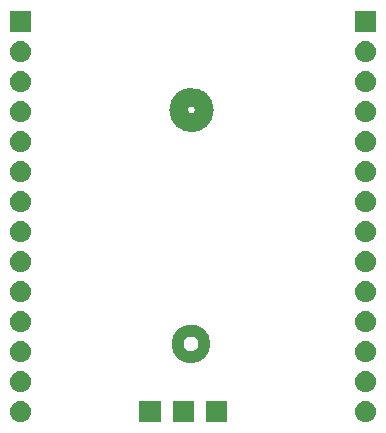
<source format=gbr>
G04 #@! TF.GenerationSoftware,KiCad,Pcbnew,(5.1.2)-1*
G04 #@! TF.CreationDate,2019-07-08T23:37:35+09:00*
G04 #@! TF.ProjectId,ESP32-breakout-SMD,45535033-322d-4627-9265-616b6f75742d,rev?*
G04 #@! TF.SameCoordinates,Original*
G04 #@! TF.FileFunction,Soldermask,Bot*
G04 #@! TF.FilePolarity,Negative*
%FSLAX46Y46*%
G04 Gerber Fmt 4.6, Leading zero omitted, Abs format (unit mm)*
G04 Created by KiCad (PCBNEW (5.1.2)-1) date 2019-07-08 23:37:35*
%MOMM*%
%LPD*%
G04 APERTURE LIST*
%ADD10C,1.016000*%
%ADD11C,1.600000*%
%ADD12C,0.100000*%
G04 APERTURE END LIST*
D10*
X165169123Y-122555000D02*
G75*
G03X165169123Y-122555000I-1135923J0D01*
G01*
D11*
X165161631Y-102743000D02*
G75*
G03X165161631Y-102743000I-1077631J0D01*
G01*
D12*
G36*
X178926442Y-127375518D02*
G01*
X178992627Y-127382037D01*
X179162466Y-127433557D01*
X179318991Y-127517222D01*
X179354729Y-127546552D01*
X179456186Y-127629814D01*
X179539448Y-127731271D01*
X179568778Y-127767009D01*
X179652443Y-127923534D01*
X179703963Y-128093373D01*
X179721359Y-128270000D01*
X179703963Y-128446627D01*
X179652443Y-128616466D01*
X179568778Y-128772991D01*
X179539448Y-128808729D01*
X179456186Y-128910186D01*
X179354729Y-128993448D01*
X179318991Y-129022778D01*
X179162466Y-129106443D01*
X178992627Y-129157963D01*
X178926442Y-129164482D01*
X178860260Y-129171000D01*
X178771740Y-129171000D01*
X178705558Y-129164482D01*
X178639373Y-129157963D01*
X178469534Y-129106443D01*
X178313009Y-129022778D01*
X178277271Y-128993448D01*
X178175814Y-128910186D01*
X178092552Y-128808729D01*
X178063222Y-128772991D01*
X177979557Y-128616466D01*
X177928037Y-128446627D01*
X177910641Y-128270000D01*
X177928037Y-128093373D01*
X177979557Y-127923534D01*
X178063222Y-127767009D01*
X178092552Y-127731271D01*
X178175814Y-127629814D01*
X178277271Y-127546552D01*
X178313009Y-127517222D01*
X178469534Y-127433557D01*
X178639373Y-127382037D01*
X178705558Y-127375518D01*
X178771740Y-127369000D01*
X178860260Y-127369000D01*
X178926442Y-127375518D01*
X178926442Y-127375518D01*
G37*
G36*
X149716442Y-127375518D02*
G01*
X149782627Y-127382037D01*
X149952466Y-127433557D01*
X150108991Y-127517222D01*
X150144729Y-127546552D01*
X150246186Y-127629814D01*
X150329448Y-127731271D01*
X150358778Y-127767009D01*
X150442443Y-127923534D01*
X150493963Y-128093373D01*
X150511359Y-128270000D01*
X150493963Y-128446627D01*
X150442443Y-128616466D01*
X150358778Y-128772991D01*
X150329448Y-128808729D01*
X150246186Y-128910186D01*
X150144729Y-128993448D01*
X150108991Y-129022778D01*
X149952466Y-129106443D01*
X149782627Y-129157963D01*
X149716442Y-129164482D01*
X149650260Y-129171000D01*
X149561740Y-129171000D01*
X149495558Y-129164482D01*
X149429373Y-129157963D01*
X149259534Y-129106443D01*
X149103009Y-129022778D01*
X149067271Y-128993448D01*
X148965814Y-128910186D01*
X148882552Y-128808729D01*
X148853222Y-128772991D01*
X148769557Y-128616466D01*
X148718037Y-128446627D01*
X148700641Y-128270000D01*
X148718037Y-128093373D01*
X148769557Y-127923534D01*
X148853222Y-127767009D01*
X148882552Y-127731271D01*
X148965814Y-127629814D01*
X149067271Y-127546552D01*
X149103009Y-127517222D01*
X149259534Y-127433557D01*
X149429373Y-127382037D01*
X149495558Y-127375518D01*
X149561740Y-127369000D01*
X149650260Y-127369000D01*
X149716442Y-127375518D01*
X149716442Y-127375518D01*
G37*
G36*
X167118600Y-129171000D02*
G01*
X165316600Y-129171000D01*
X165316600Y-127369000D01*
X167118600Y-127369000D01*
X167118600Y-129171000D01*
X167118600Y-129171000D01*
G37*
G36*
X161479800Y-129145600D02*
G01*
X159677800Y-129145600D01*
X159677800Y-127343600D01*
X161479800Y-127343600D01*
X161479800Y-129145600D01*
X161479800Y-129145600D01*
G37*
G36*
X164324600Y-129145600D02*
G01*
X162522600Y-129145600D01*
X162522600Y-127343600D01*
X164324600Y-127343600D01*
X164324600Y-129145600D01*
X164324600Y-129145600D01*
G37*
G36*
X178926443Y-124835519D02*
G01*
X178992627Y-124842037D01*
X179162466Y-124893557D01*
X179318991Y-124977222D01*
X179354729Y-125006552D01*
X179456186Y-125089814D01*
X179539448Y-125191271D01*
X179568778Y-125227009D01*
X179652443Y-125383534D01*
X179703963Y-125553373D01*
X179721359Y-125730000D01*
X179703963Y-125906627D01*
X179652443Y-126076466D01*
X179568778Y-126232991D01*
X179539448Y-126268729D01*
X179456186Y-126370186D01*
X179354729Y-126453448D01*
X179318991Y-126482778D01*
X179162466Y-126566443D01*
X178992627Y-126617963D01*
X178926442Y-126624482D01*
X178860260Y-126631000D01*
X178771740Y-126631000D01*
X178705558Y-126624482D01*
X178639373Y-126617963D01*
X178469534Y-126566443D01*
X178313009Y-126482778D01*
X178277271Y-126453448D01*
X178175814Y-126370186D01*
X178092552Y-126268729D01*
X178063222Y-126232991D01*
X177979557Y-126076466D01*
X177928037Y-125906627D01*
X177910641Y-125730000D01*
X177928037Y-125553373D01*
X177979557Y-125383534D01*
X178063222Y-125227009D01*
X178092552Y-125191271D01*
X178175814Y-125089814D01*
X178277271Y-125006552D01*
X178313009Y-124977222D01*
X178469534Y-124893557D01*
X178639373Y-124842037D01*
X178705557Y-124835519D01*
X178771740Y-124829000D01*
X178860260Y-124829000D01*
X178926443Y-124835519D01*
X178926443Y-124835519D01*
G37*
G36*
X149716443Y-124835519D02*
G01*
X149782627Y-124842037D01*
X149952466Y-124893557D01*
X150108991Y-124977222D01*
X150144729Y-125006552D01*
X150246186Y-125089814D01*
X150329448Y-125191271D01*
X150358778Y-125227009D01*
X150442443Y-125383534D01*
X150493963Y-125553373D01*
X150511359Y-125730000D01*
X150493963Y-125906627D01*
X150442443Y-126076466D01*
X150358778Y-126232991D01*
X150329448Y-126268729D01*
X150246186Y-126370186D01*
X150144729Y-126453448D01*
X150108991Y-126482778D01*
X149952466Y-126566443D01*
X149782627Y-126617963D01*
X149716442Y-126624482D01*
X149650260Y-126631000D01*
X149561740Y-126631000D01*
X149495558Y-126624482D01*
X149429373Y-126617963D01*
X149259534Y-126566443D01*
X149103009Y-126482778D01*
X149067271Y-126453448D01*
X148965814Y-126370186D01*
X148882552Y-126268729D01*
X148853222Y-126232991D01*
X148769557Y-126076466D01*
X148718037Y-125906627D01*
X148700641Y-125730000D01*
X148718037Y-125553373D01*
X148769557Y-125383534D01*
X148853222Y-125227009D01*
X148882552Y-125191271D01*
X148965814Y-125089814D01*
X149067271Y-125006552D01*
X149103009Y-124977222D01*
X149259534Y-124893557D01*
X149429373Y-124842037D01*
X149495557Y-124835519D01*
X149561740Y-124829000D01*
X149650260Y-124829000D01*
X149716443Y-124835519D01*
X149716443Y-124835519D01*
G37*
G36*
X178926443Y-122295519D02*
G01*
X178992627Y-122302037D01*
X179162466Y-122353557D01*
X179318991Y-122437222D01*
X179354729Y-122466552D01*
X179456186Y-122549814D01*
X179539448Y-122651271D01*
X179568778Y-122687009D01*
X179652443Y-122843534D01*
X179703963Y-123013373D01*
X179721359Y-123190000D01*
X179703963Y-123366627D01*
X179652443Y-123536466D01*
X179568778Y-123692991D01*
X179539448Y-123728729D01*
X179456186Y-123830186D01*
X179354729Y-123913448D01*
X179318991Y-123942778D01*
X179162466Y-124026443D01*
X178992627Y-124077963D01*
X178926442Y-124084482D01*
X178860260Y-124091000D01*
X178771740Y-124091000D01*
X178705558Y-124084482D01*
X178639373Y-124077963D01*
X178469534Y-124026443D01*
X178313009Y-123942778D01*
X178277271Y-123913448D01*
X178175814Y-123830186D01*
X178092552Y-123728729D01*
X178063222Y-123692991D01*
X177979557Y-123536466D01*
X177928037Y-123366627D01*
X177910641Y-123190000D01*
X177928037Y-123013373D01*
X177979557Y-122843534D01*
X178063222Y-122687009D01*
X178092552Y-122651271D01*
X178175814Y-122549814D01*
X178277271Y-122466552D01*
X178313009Y-122437222D01*
X178469534Y-122353557D01*
X178639373Y-122302037D01*
X178705557Y-122295519D01*
X178771740Y-122289000D01*
X178860260Y-122289000D01*
X178926443Y-122295519D01*
X178926443Y-122295519D01*
G37*
G36*
X149716443Y-122295519D02*
G01*
X149782627Y-122302037D01*
X149952466Y-122353557D01*
X150108991Y-122437222D01*
X150144729Y-122466552D01*
X150246186Y-122549814D01*
X150329448Y-122651271D01*
X150358778Y-122687009D01*
X150442443Y-122843534D01*
X150493963Y-123013373D01*
X150511359Y-123190000D01*
X150493963Y-123366627D01*
X150442443Y-123536466D01*
X150358778Y-123692991D01*
X150329448Y-123728729D01*
X150246186Y-123830186D01*
X150144729Y-123913448D01*
X150108991Y-123942778D01*
X149952466Y-124026443D01*
X149782627Y-124077963D01*
X149716442Y-124084482D01*
X149650260Y-124091000D01*
X149561740Y-124091000D01*
X149495558Y-124084482D01*
X149429373Y-124077963D01*
X149259534Y-124026443D01*
X149103009Y-123942778D01*
X149067271Y-123913448D01*
X148965814Y-123830186D01*
X148882552Y-123728729D01*
X148853222Y-123692991D01*
X148769557Y-123536466D01*
X148718037Y-123366627D01*
X148700641Y-123190000D01*
X148718037Y-123013373D01*
X148769557Y-122843534D01*
X148853222Y-122687009D01*
X148882552Y-122651271D01*
X148965814Y-122549814D01*
X149067271Y-122466552D01*
X149103009Y-122437222D01*
X149259534Y-122353557D01*
X149429373Y-122302037D01*
X149495557Y-122295519D01*
X149561740Y-122289000D01*
X149650260Y-122289000D01*
X149716443Y-122295519D01*
X149716443Y-122295519D01*
G37*
G36*
X178926442Y-119755518D02*
G01*
X178992627Y-119762037D01*
X179162466Y-119813557D01*
X179318991Y-119897222D01*
X179354729Y-119926552D01*
X179456186Y-120009814D01*
X179539448Y-120111271D01*
X179568778Y-120147009D01*
X179652443Y-120303534D01*
X179703963Y-120473373D01*
X179721359Y-120650000D01*
X179703963Y-120826627D01*
X179652443Y-120996466D01*
X179568778Y-121152991D01*
X179539448Y-121188729D01*
X179456186Y-121290186D01*
X179354729Y-121373448D01*
X179318991Y-121402778D01*
X179162466Y-121486443D01*
X178992627Y-121537963D01*
X178926443Y-121544481D01*
X178860260Y-121551000D01*
X178771740Y-121551000D01*
X178705557Y-121544481D01*
X178639373Y-121537963D01*
X178469534Y-121486443D01*
X178313009Y-121402778D01*
X178277271Y-121373448D01*
X178175814Y-121290186D01*
X178092552Y-121188729D01*
X178063222Y-121152991D01*
X177979557Y-120996466D01*
X177928037Y-120826627D01*
X177910641Y-120650000D01*
X177928037Y-120473373D01*
X177979557Y-120303534D01*
X178063222Y-120147009D01*
X178092552Y-120111271D01*
X178175814Y-120009814D01*
X178277271Y-119926552D01*
X178313009Y-119897222D01*
X178469534Y-119813557D01*
X178639373Y-119762037D01*
X178705558Y-119755518D01*
X178771740Y-119749000D01*
X178860260Y-119749000D01*
X178926442Y-119755518D01*
X178926442Y-119755518D01*
G37*
G36*
X149716442Y-119755518D02*
G01*
X149782627Y-119762037D01*
X149952466Y-119813557D01*
X150108991Y-119897222D01*
X150144729Y-119926552D01*
X150246186Y-120009814D01*
X150329448Y-120111271D01*
X150358778Y-120147009D01*
X150442443Y-120303534D01*
X150493963Y-120473373D01*
X150511359Y-120650000D01*
X150493963Y-120826627D01*
X150442443Y-120996466D01*
X150358778Y-121152991D01*
X150329448Y-121188729D01*
X150246186Y-121290186D01*
X150144729Y-121373448D01*
X150108991Y-121402778D01*
X149952466Y-121486443D01*
X149782627Y-121537963D01*
X149716443Y-121544481D01*
X149650260Y-121551000D01*
X149561740Y-121551000D01*
X149495557Y-121544481D01*
X149429373Y-121537963D01*
X149259534Y-121486443D01*
X149103009Y-121402778D01*
X149067271Y-121373448D01*
X148965814Y-121290186D01*
X148882552Y-121188729D01*
X148853222Y-121152991D01*
X148769557Y-120996466D01*
X148718037Y-120826627D01*
X148700641Y-120650000D01*
X148718037Y-120473373D01*
X148769557Y-120303534D01*
X148853222Y-120147009D01*
X148882552Y-120111271D01*
X148965814Y-120009814D01*
X149067271Y-119926552D01*
X149103009Y-119897222D01*
X149259534Y-119813557D01*
X149429373Y-119762037D01*
X149495558Y-119755518D01*
X149561740Y-119749000D01*
X149650260Y-119749000D01*
X149716442Y-119755518D01*
X149716442Y-119755518D01*
G37*
G36*
X178926443Y-117215519D02*
G01*
X178992627Y-117222037D01*
X179162466Y-117273557D01*
X179318991Y-117357222D01*
X179354729Y-117386552D01*
X179456186Y-117469814D01*
X179539448Y-117571271D01*
X179568778Y-117607009D01*
X179652443Y-117763534D01*
X179703963Y-117933373D01*
X179721359Y-118110000D01*
X179703963Y-118286627D01*
X179652443Y-118456466D01*
X179568778Y-118612991D01*
X179539448Y-118648729D01*
X179456186Y-118750186D01*
X179354729Y-118833448D01*
X179318991Y-118862778D01*
X179162466Y-118946443D01*
X178992627Y-118997963D01*
X178926443Y-119004481D01*
X178860260Y-119011000D01*
X178771740Y-119011000D01*
X178705557Y-119004481D01*
X178639373Y-118997963D01*
X178469534Y-118946443D01*
X178313009Y-118862778D01*
X178277271Y-118833448D01*
X178175814Y-118750186D01*
X178092552Y-118648729D01*
X178063222Y-118612991D01*
X177979557Y-118456466D01*
X177928037Y-118286627D01*
X177910641Y-118110000D01*
X177928037Y-117933373D01*
X177979557Y-117763534D01*
X178063222Y-117607009D01*
X178092552Y-117571271D01*
X178175814Y-117469814D01*
X178277271Y-117386552D01*
X178313009Y-117357222D01*
X178469534Y-117273557D01*
X178639373Y-117222037D01*
X178705557Y-117215519D01*
X178771740Y-117209000D01*
X178860260Y-117209000D01*
X178926443Y-117215519D01*
X178926443Y-117215519D01*
G37*
G36*
X149716443Y-117215519D02*
G01*
X149782627Y-117222037D01*
X149952466Y-117273557D01*
X150108991Y-117357222D01*
X150144729Y-117386552D01*
X150246186Y-117469814D01*
X150329448Y-117571271D01*
X150358778Y-117607009D01*
X150442443Y-117763534D01*
X150493963Y-117933373D01*
X150511359Y-118110000D01*
X150493963Y-118286627D01*
X150442443Y-118456466D01*
X150358778Y-118612991D01*
X150329448Y-118648729D01*
X150246186Y-118750186D01*
X150144729Y-118833448D01*
X150108991Y-118862778D01*
X149952466Y-118946443D01*
X149782627Y-118997963D01*
X149716443Y-119004481D01*
X149650260Y-119011000D01*
X149561740Y-119011000D01*
X149495557Y-119004481D01*
X149429373Y-118997963D01*
X149259534Y-118946443D01*
X149103009Y-118862778D01*
X149067271Y-118833448D01*
X148965814Y-118750186D01*
X148882552Y-118648729D01*
X148853222Y-118612991D01*
X148769557Y-118456466D01*
X148718037Y-118286627D01*
X148700641Y-118110000D01*
X148718037Y-117933373D01*
X148769557Y-117763534D01*
X148853222Y-117607009D01*
X148882552Y-117571271D01*
X148965814Y-117469814D01*
X149067271Y-117386552D01*
X149103009Y-117357222D01*
X149259534Y-117273557D01*
X149429373Y-117222037D01*
X149495557Y-117215519D01*
X149561740Y-117209000D01*
X149650260Y-117209000D01*
X149716443Y-117215519D01*
X149716443Y-117215519D01*
G37*
G36*
X149716443Y-114675519D02*
G01*
X149782627Y-114682037D01*
X149952466Y-114733557D01*
X150108991Y-114817222D01*
X150144729Y-114846552D01*
X150246186Y-114929814D01*
X150329448Y-115031271D01*
X150358778Y-115067009D01*
X150442443Y-115223534D01*
X150493963Y-115393373D01*
X150511359Y-115570000D01*
X150493963Y-115746627D01*
X150442443Y-115916466D01*
X150358778Y-116072991D01*
X150329448Y-116108729D01*
X150246186Y-116210186D01*
X150144729Y-116293448D01*
X150108991Y-116322778D01*
X149952466Y-116406443D01*
X149782627Y-116457963D01*
X149716442Y-116464482D01*
X149650260Y-116471000D01*
X149561740Y-116471000D01*
X149495558Y-116464482D01*
X149429373Y-116457963D01*
X149259534Y-116406443D01*
X149103009Y-116322778D01*
X149067271Y-116293448D01*
X148965814Y-116210186D01*
X148882552Y-116108729D01*
X148853222Y-116072991D01*
X148769557Y-115916466D01*
X148718037Y-115746627D01*
X148700641Y-115570000D01*
X148718037Y-115393373D01*
X148769557Y-115223534D01*
X148853222Y-115067009D01*
X148882552Y-115031271D01*
X148965814Y-114929814D01*
X149067271Y-114846552D01*
X149103009Y-114817222D01*
X149259534Y-114733557D01*
X149429373Y-114682037D01*
X149495557Y-114675519D01*
X149561740Y-114669000D01*
X149650260Y-114669000D01*
X149716443Y-114675519D01*
X149716443Y-114675519D01*
G37*
G36*
X178926443Y-114675519D02*
G01*
X178992627Y-114682037D01*
X179162466Y-114733557D01*
X179318991Y-114817222D01*
X179354729Y-114846552D01*
X179456186Y-114929814D01*
X179539448Y-115031271D01*
X179568778Y-115067009D01*
X179652443Y-115223534D01*
X179703963Y-115393373D01*
X179721359Y-115570000D01*
X179703963Y-115746627D01*
X179652443Y-115916466D01*
X179568778Y-116072991D01*
X179539448Y-116108729D01*
X179456186Y-116210186D01*
X179354729Y-116293448D01*
X179318991Y-116322778D01*
X179162466Y-116406443D01*
X178992627Y-116457963D01*
X178926442Y-116464482D01*
X178860260Y-116471000D01*
X178771740Y-116471000D01*
X178705558Y-116464482D01*
X178639373Y-116457963D01*
X178469534Y-116406443D01*
X178313009Y-116322778D01*
X178277271Y-116293448D01*
X178175814Y-116210186D01*
X178092552Y-116108729D01*
X178063222Y-116072991D01*
X177979557Y-115916466D01*
X177928037Y-115746627D01*
X177910641Y-115570000D01*
X177928037Y-115393373D01*
X177979557Y-115223534D01*
X178063222Y-115067009D01*
X178092552Y-115031271D01*
X178175814Y-114929814D01*
X178277271Y-114846552D01*
X178313009Y-114817222D01*
X178469534Y-114733557D01*
X178639373Y-114682037D01*
X178705557Y-114675519D01*
X178771740Y-114669000D01*
X178860260Y-114669000D01*
X178926443Y-114675519D01*
X178926443Y-114675519D01*
G37*
G36*
X149716443Y-112135519D02*
G01*
X149782627Y-112142037D01*
X149952466Y-112193557D01*
X150108991Y-112277222D01*
X150144729Y-112306552D01*
X150246186Y-112389814D01*
X150329448Y-112491271D01*
X150358778Y-112527009D01*
X150442443Y-112683534D01*
X150493963Y-112853373D01*
X150511359Y-113030000D01*
X150493963Y-113206627D01*
X150442443Y-113376466D01*
X150358778Y-113532991D01*
X150329448Y-113568729D01*
X150246186Y-113670186D01*
X150144729Y-113753448D01*
X150108991Y-113782778D01*
X149952466Y-113866443D01*
X149782627Y-113917963D01*
X149716443Y-113924481D01*
X149650260Y-113931000D01*
X149561740Y-113931000D01*
X149495557Y-113924481D01*
X149429373Y-113917963D01*
X149259534Y-113866443D01*
X149103009Y-113782778D01*
X149067271Y-113753448D01*
X148965814Y-113670186D01*
X148882552Y-113568729D01*
X148853222Y-113532991D01*
X148769557Y-113376466D01*
X148718037Y-113206627D01*
X148700641Y-113030000D01*
X148718037Y-112853373D01*
X148769557Y-112683534D01*
X148853222Y-112527009D01*
X148882552Y-112491271D01*
X148965814Y-112389814D01*
X149067271Y-112306552D01*
X149103009Y-112277222D01*
X149259534Y-112193557D01*
X149429373Y-112142037D01*
X149495557Y-112135519D01*
X149561740Y-112129000D01*
X149650260Y-112129000D01*
X149716443Y-112135519D01*
X149716443Y-112135519D01*
G37*
G36*
X178926443Y-112135519D02*
G01*
X178992627Y-112142037D01*
X179162466Y-112193557D01*
X179318991Y-112277222D01*
X179354729Y-112306552D01*
X179456186Y-112389814D01*
X179539448Y-112491271D01*
X179568778Y-112527009D01*
X179652443Y-112683534D01*
X179703963Y-112853373D01*
X179721359Y-113030000D01*
X179703963Y-113206627D01*
X179652443Y-113376466D01*
X179568778Y-113532991D01*
X179539448Y-113568729D01*
X179456186Y-113670186D01*
X179354729Y-113753448D01*
X179318991Y-113782778D01*
X179162466Y-113866443D01*
X178992627Y-113917963D01*
X178926443Y-113924481D01*
X178860260Y-113931000D01*
X178771740Y-113931000D01*
X178705557Y-113924481D01*
X178639373Y-113917963D01*
X178469534Y-113866443D01*
X178313009Y-113782778D01*
X178277271Y-113753448D01*
X178175814Y-113670186D01*
X178092552Y-113568729D01*
X178063222Y-113532991D01*
X177979557Y-113376466D01*
X177928037Y-113206627D01*
X177910641Y-113030000D01*
X177928037Y-112853373D01*
X177979557Y-112683534D01*
X178063222Y-112527009D01*
X178092552Y-112491271D01*
X178175814Y-112389814D01*
X178277271Y-112306552D01*
X178313009Y-112277222D01*
X178469534Y-112193557D01*
X178639373Y-112142037D01*
X178705557Y-112135519D01*
X178771740Y-112129000D01*
X178860260Y-112129000D01*
X178926443Y-112135519D01*
X178926443Y-112135519D01*
G37*
G36*
X178926442Y-109595518D02*
G01*
X178992627Y-109602037D01*
X179162466Y-109653557D01*
X179318991Y-109737222D01*
X179354729Y-109766552D01*
X179456186Y-109849814D01*
X179539448Y-109951271D01*
X179568778Y-109987009D01*
X179652443Y-110143534D01*
X179703963Y-110313373D01*
X179721359Y-110490000D01*
X179703963Y-110666627D01*
X179652443Y-110836466D01*
X179568778Y-110992991D01*
X179539448Y-111028729D01*
X179456186Y-111130186D01*
X179354729Y-111213448D01*
X179318991Y-111242778D01*
X179162466Y-111326443D01*
X178992627Y-111377963D01*
X178926443Y-111384481D01*
X178860260Y-111391000D01*
X178771740Y-111391000D01*
X178705557Y-111384481D01*
X178639373Y-111377963D01*
X178469534Y-111326443D01*
X178313009Y-111242778D01*
X178277271Y-111213448D01*
X178175814Y-111130186D01*
X178092552Y-111028729D01*
X178063222Y-110992991D01*
X177979557Y-110836466D01*
X177928037Y-110666627D01*
X177910641Y-110490000D01*
X177928037Y-110313373D01*
X177979557Y-110143534D01*
X178063222Y-109987009D01*
X178092552Y-109951271D01*
X178175814Y-109849814D01*
X178277271Y-109766552D01*
X178313009Y-109737222D01*
X178469534Y-109653557D01*
X178639373Y-109602037D01*
X178705558Y-109595518D01*
X178771740Y-109589000D01*
X178860260Y-109589000D01*
X178926442Y-109595518D01*
X178926442Y-109595518D01*
G37*
G36*
X149716442Y-109595518D02*
G01*
X149782627Y-109602037D01*
X149952466Y-109653557D01*
X150108991Y-109737222D01*
X150144729Y-109766552D01*
X150246186Y-109849814D01*
X150329448Y-109951271D01*
X150358778Y-109987009D01*
X150442443Y-110143534D01*
X150493963Y-110313373D01*
X150511359Y-110490000D01*
X150493963Y-110666627D01*
X150442443Y-110836466D01*
X150358778Y-110992991D01*
X150329448Y-111028729D01*
X150246186Y-111130186D01*
X150144729Y-111213448D01*
X150108991Y-111242778D01*
X149952466Y-111326443D01*
X149782627Y-111377963D01*
X149716443Y-111384481D01*
X149650260Y-111391000D01*
X149561740Y-111391000D01*
X149495557Y-111384481D01*
X149429373Y-111377963D01*
X149259534Y-111326443D01*
X149103009Y-111242778D01*
X149067271Y-111213448D01*
X148965814Y-111130186D01*
X148882552Y-111028729D01*
X148853222Y-110992991D01*
X148769557Y-110836466D01*
X148718037Y-110666627D01*
X148700641Y-110490000D01*
X148718037Y-110313373D01*
X148769557Y-110143534D01*
X148853222Y-109987009D01*
X148882552Y-109951271D01*
X148965814Y-109849814D01*
X149067271Y-109766552D01*
X149103009Y-109737222D01*
X149259534Y-109653557D01*
X149429373Y-109602037D01*
X149495558Y-109595518D01*
X149561740Y-109589000D01*
X149650260Y-109589000D01*
X149716442Y-109595518D01*
X149716442Y-109595518D01*
G37*
G36*
X149716442Y-107055518D02*
G01*
X149782627Y-107062037D01*
X149952466Y-107113557D01*
X150108991Y-107197222D01*
X150144729Y-107226552D01*
X150246186Y-107309814D01*
X150329448Y-107411271D01*
X150358778Y-107447009D01*
X150442443Y-107603534D01*
X150493963Y-107773373D01*
X150511359Y-107950000D01*
X150493963Y-108126627D01*
X150442443Y-108296466D01*
X150358778Y-108452991D01*
X150329448Y-108488729D01*
X150246186Y-108590186D01*
X150144729Y-108673448D01*
X150108991Y-108702778D01*
X149952466Y-108786443D01*
X149782627Y-108837963D01*
X149716442Y-108844482D01*
X149650260Y-108851000D01*
X149561740Y-108851000D01*
X149495558Y-108844482D01*
X149429373Y-108837963D01*
X149259534Y-108786443D01*
X149103009Y-108702778D01*
X149067271Y-108673448D01*
X148965814Y-108590186D01*
X148882552Y-108488729D01*
X148853222Y-108452991D01*
X148769557Y-108296466D01*
X148718037Y-108126627D01*
X148700641Y-107950000D01*
X148718037Y-107773373D01*
X148769557Y-107603534D01*
X148853222Y-107447009D01*
X148882552Y-107411271D01*
X148965814Y-107309814D01*
X149067271Y-107226552D01*
X149103009Y-107197222D01*
X149259534Y-107113557D01*
X149429373Y-107062037D01*
X149495558Y-107055518D01*
X149561740Y-107049000D01*
X149650260Y-107049000D01*
X149716442Y-107055518D01*
X149716442Y-107055518D01*
G37*
G36*
X178926442Y-107055518D02*
G01*
X178992627Y-107062037D01*
X179162466Y-107113557D01*
X179318991Y-107197222D01*
X179354729Y-107226552D01*
X179456186Y-107309814D01*
X179539448Y-107411271D01*
X179568778Y-107447009D01*
X179652443Y-107603534D01*
X179703963Y-107773373D01*
X179721359Y-107950000D01*
X179703963Y-108126627D01*
X179652443Y-108296466D01*
X179568778Y-108452991D01*
X179539448Y-108488729D01*
X179456186Y-108590186D01*
X179354729Y-108673448D01*
X179318991Y-108702778D01*
X179162466Y-108786443D01*
X178992627Y-108837963D01*
X178926442Y-108844482D01*
X178860260Y-108851000D01*
X178771740Y-108851000D01*
X178705558Y-108844482D01*
X178639373Y-108837963D01*
X178469534Y-108786443D01*
X178313009Y-108702778D01*
X178277271Y-108673448D01*
X178175814Y-108590186D01*
X178092552Y-108488729D01*
X178063222Y-108452991D01*
X177979557Y-108296466D01*
X177928037Y-108126627D01*
X177910641Y-107950000D01*
X177928037Y-107773373D01*
X177979557Y-107603534D01*
X178063222Y-107447009D01*
X178092552Y-107411271D01*
X178175814Y-107309814D01*
X178277271Y-107226552D01*
X178313009Y-107197222D01*
X178469534Y-107113557D01*
X178639373Y-107062037D01*
X178705558Y-107055518D01*
X178771740Y-107049000D01*
X178860260Y-107049000D01*
X178926442Y-107055518D01*
X178926442Y-107055518D01*
G37*
G36*
X149716443Y-104515519D02*
G01*
X149782627Y-104522037D01*
X149952466Y-104573557D01*
X150108991Y-104657222D01*
X150144729Y-104686552D01*
X150246186Y-104769814D01*
X150329448Y-104871271D01*
X150358778Y-104907009D01*
X150442443Y-105063534D01*
X150493963Y-105233373D01*
X150511359Y-105410000D01*
X150493963Y-105586627D01*
X150442443Y-105756466D01*
X150358778Y-105912991D01*
X150329448Y-105948729D01*
X150246186Y-106050186D01*
X150144729Y-106133448D01*
X150108991Y-106162778D01*
X149952466Y-106246443D01*
X149782627Y-106297963D01*
X149716442Y-106304482D01*
X149650260Y-106311000D01*
X149561740Y-106311000D01*
X149495558Y-106304482D01*
X149429373Y-106297963D01*
X149259534Y-106246443D01*
X149103009Y-106162778D01*
X149067271Y-106133448D01*
X148965814Y-106050186D01*
X148882552Y-105948729D01*
X148853222Y-105912991D01*
X148769557Y-105756466D01*
X148718037Y-105586627D01*
X148700641Y-105410000D01*
X148718037Y-105233373D01*
X148769557Y-105063534D01*
X148853222Y-104907009D01*
X148882552Y-104871271D01*
X148965814Y-104769814D01*
X149067271Y-104686552D01*
X149103009Y-104657222D01*
X149259534Y-104573557D01*
X149429373Y-104522037D01*
X149495557Y-104515519D01*
X149561740Y-104509000D01*
X149650260Y-104509000D01*
X149716443Y-104515519D01*
X149716443Y-104515519D01*
G37*
G36*
X178926443Y-104515519D02*
G01*
X178992627Y-104522037D01*
X179162466Y-104573557D01*
X179318991Y-104657222D01*
X179354729Y-104686552D01*
X179456186Y-104769814D01*
X179539448Y-104871271D01*
X179568778Y-104907009D01*
X179652443Y-105063534D01*
X179703963Y-105233373D01*
X179721359Y-105410000D01*
X179703963Y-105586627D01*
X179652443Y-105756466D01*
X179568778Y-105912991D01*
X179539448Y-105948729D01*
X179456186Y-106050186D01*
X179354729Y-106133448D01*
X179318991Y-106162778D01*
X179162466Y-106246443D01*
X178992627Y-106297963D01*
X178926442Y-106304482D01*
X178860260Y-106311000D01*
X178771740Y-106311000D01*
X178705558Y-106304482D01*
X178639373Y-106297963D01*
X178469534Y-106246443D01*
X178313009Y-106162778D01*
X178277271Y-106133448D01*
X178175814Y-106050186D01*
X178092552Y-105948729D01*
X178063222Y-105912991D01*
X177979557Y-105756466D01*
X177928037Y-105586627D01*
X177910641Y-105410000D01*
X177928037Y-105233373D01*
X177979557Y-105063534D01*
X178063222Y-104907009D01*
X178092552Y-104871271D01*
X178175814Y-104769814D01*
X178277271Y-104686552D01*
X178313009Y-104657222D01*
X178469534Y-104573557D01*
X178639373Y-104522037D01*
X178705557Y-104515519D01*
X178771740Y-104509000D01*
X178860260Y-104509000D01*
X178926443Y-104515519D01*
X178926443Y-104515519D01*
G37*
G36*
X178926442Y-101975518D02*
G01*
X178992627Y-101982037D01*
X179162466Y-102033557D01*
X179318991Y-102117222D01*
X179354729Y-102146552D01*
X179456186Y-102229814D01*
X179539448Y-102331271D01*
X179568778Y-102367009D01*
X179652443Y-102523534D01*
X179703963Y-102693373D01*
X179721359Y-102870000D01*
X179703963Y-103046627D01*
X179652443Y-103216466D01*
X179568778Y-103372991D01*
X179539448Y-103408729D01*
X179456186Y-103510186D01*
X179354729Y-103593448D01*
X179318991Y-103622778D01*
X179162466Y-103706443D01*
X178992627Y-103757963D01*
X178926443Y-103764481D01*
X178860260Y-103771000D01*
X178771740Y-103771000D01*
X178705557Y-103764481D01*
X178639373Y-103757963D01*
X178469534Y-103706443D01*
X178313009Y-103622778D01*
X178277271Y-103593448D01*
X178175814Y-103510186D01*
X178092552Y-103408729D01*
X178063222Y-103372991D01*
X177979557Y-103216466D01*
X177928037Y-103046627D01*
X177910641Y-102870000D01*
X177928037Y-102693373D01*
X177979557Y-102523534D01*
X178063222Y-102367009D01*
X178092552Y-102331271D01*
X178175814Y-102229814D01*
X178277271Y-102146552D01*
X178313009Y-102117222D01*
X178469534Y-102033557D01*
X178639373Y-101982037D01*
X178705558Y-101975518D01*
X178771740Y-101969000D01*
X178860260Y-101969000D01*
X178926442Y-101975518D01*
X178926442Y-101975518D01*
G37*
G36*
X149716442Y-101975518D02*
G01*
X149782627Y-101982037D01*
X149952466Y-102033557D01*
X150108991Y-102117222D01*
X150144729Y-102146552D01*
X150246186Y-102229814D01*
X150329448Y-102331271D01*
X150358778Y-102367009D01*
X150442443Y-102523534D01*
X150493963Y-102693373D01*
X150511359Y-102870000D01*
X150493963Y-103046627D01*
X150442443Y-103216466D01*
X150358778Y-103372991D01*
X150329448Y-103408729D01*
X150246186Y-103510186D01*
X150144729Y-103593448D01*
X150108991Y-103622778D01*
X149952466Y-103706443D01*
X149782627Y-103757963D01*
X149716443Y-103764481D01*
X149650260Y-103771000D01*
X149561740Y-103771000D01*
X149495557Y-103764481D01*
X149429373Y-103757963D01*
X149259534Y-103706443D01*
X149103009Y-103622778D01*
X149067271Y-103593448D01*
X148965814Y-103510186D01*
X148882552Y-103408729D01*
X148853222Y-103372991D01*
X148769557Y-103216466D01*
X148718037Y-103046627D01*
X148700641Y-102870000D01*
X148718037Y-102693373D01*
X148769557Y-102523534D01*
X148853222Y-102367009D01*
X148882552Y-102331271D01*
X148965814Y-102229814D01*
X149067271Y-102146552D01*
X149103009Y-102117222D01*
X149259534Y-102033557D01*
X149429373Y-101982037D01*
X149495558Y-101975518D01*
X149561740Y-101969000D01*
X149650260Y-101969000D01*
X149716442Y-101975518D01*
X149716442Y-101975518D01*
G37*
G36*
X178926443Y-99435519D02*
G01*
X178992627Y-99442037D01*
X179162466Y-99493557D01*
X179318991Y-99577222D01*
X179354729Y-99606552D01*
X179456186Y-99689814D01*
X179539448Y-99791271D01*
X179568778Y-99827009D01*
X179652443Y-99983534D01*
X179703963Y-100153373D01*
X179721359Y-100330000D01*
X179703963Y-100506627D01*
X179652443Y-100676466D01*
X179568778Y-100832991D01*
X179539448Y-100868729D01*
X179456186Y-100970186D01*
X179354729Y-101053448D01*
X179318991Y-101082778D01*
X179162466Y-101166443D01*
X178992627Y-101217963D01*
X178926443Y-101224481D01*
X178860260Y-101231000D01*
X178771740Y-101231000D01*
X178705558Y-101224482D01*
X178639373Y-101217963D01*
X178469534Y-101166443D01*
X178313009Y-101082778D01*
X178277271Y-101053448D01*
X178175814Y-100970186D01*
X178092552Y-100868729D01*
X178063222Y-100832991D01*
X177979557Y-100676466D01*
X177928037Y-100506627D01*
X177910641Y-100330000D01*
X177928037Y-100153373D01*
X177979557Y-99983534D01*
X178063222Y-99827009D01*
X178092552Y-99791271D01*
X178175814Y-99689814D01*
X178277271Y-99606552D01*
X178313009Y-99577222D01*
X178469534Y-99493557D01*
X178639373Y-99442037D01*
X178705558Y-99435518D01*
X178771740Y-99429000D01*
X178860260Y-99429000D01*
X178926443Y-99435519D01*
X178926443Y-99435519D01*
G37*
G36*
X149716443Y-99435519D02*
G01*
X149782627Y-99442037D01*
X149952466Y-99493557D01*
X150108991Y-99577222D01*
X150144729Y-99606552D01*
X150246186Y-99689814D01*
X150329448Y-99791271D01*
X150358778Y-99827009D01*
X150442443Y-99983534D01*
X150493963Y-100153373D01*
X150511359Y-100330000D01*
X150493963Y-100506627D01*
X150442443Y-100676466D01*
X150358778Y-100832991D01*
X150329448Y-100868729D01*
X150246186Y-100970186D01*
X150144729Y-101053448D01*
X150108991Y-101082778D01*
X149952466Y-101166443D01*
X149782627Y-101217963D01*
X149716443Y-101224481D01*
X149650260Y-101231000D01*
X149561740Y-101231000D01*
X149495558Y-101224482D01*
X149429373Y-101217963D01*
X149259534Y-101166443D01*
X149103009Y-101082778D01*
X149067271Y-101053448D01*
X148965814Y-100970186D01*
X148882552Y-100868729D01*
X148853222Y-100832991D01*
X148769557Y-100676466D01*
X148718037Y-100506627D01*
X148700641Y-100330000D01*
X148718037Y-100153373D01*
X148769557Y-99983534D01*
X148853222Y-99827009D01*
X148882552Y-99791271D01*
X148965814Y-99689814D01*
X149067271Y-99606552D01*
X149103009Y-99577222D01*
X149259534Y-99493557D01*
X149429373Y-99442037D01*
X149495558Y-99435518D01*
X149561740Y-99429000D01*
X149650260Y-99429000D01*
X149716443Y-99435519D01*
X149716443Y-99435519D01*
G37*
G36*
X178926442Y-96895518D02*
G01*
X178992627Y-96902037D01*
X179162466Y-96953557D01*
X179318991Y-97037222D01*
X179354729Y-97066552D01*
X179456186Y-97149814D01*
X179539448Y-97251271D01*
X179568778Y-97287009D01*
X179652443Y-97443534D01*
X179703963Y-97613373D01*
X179721359Y-97790000D01*
X179703963Y-97966627D01*
X179652443Y-98136466D01*
X179568778Y-98292991D01*
X179539448Y-98328729D01*
X179456186Y-98430186D01*
X179354729Y-98513448D01*
X179318991Y-98542778D01*
X179162466Y-98626443D01*
X178992627Y-98677963D01*
X178926442Y-98684482D01*
X178860260Y-98691000D01*
X178771740Y-98691000D01*
X178705558Y-98684482D01*
X178639373Y-98677963D01*
X178469534Y-98626443D01*
X178313009Y-98542778D01*
X178277271Y-98513448D01*
X178175814Y-98430186D01*
X178092552Y-98328729D01*
X178063222Y-98292991D01*
X177979557Y-98136466D01*
X177928037Y-97966627D01*
X177910641Y-97790000D01*
X177928037Y-97613373D01*
X177979557Y-97443534D01*
X178063222Y-97287009D01*
X178092552Y-97251271D01*
X178175814Y-97149814D01*
X178277271Y-97066552D01*
X178313009Y-97037222D01*
X178469534Y-96953557D01*
X178639373Y-96902037D01*
X178705558Y-96895518D01*
X178771740Y-96889000D01*
X178860260Y-96889000D01*
X178926442Y-96895518D01*
X178926442Y-96895518D01*
G37*
G36*
X149716442Y-96895518D02*
G01*
X149782627Y-96902037D01*
X149952466Y-96953557D01*
X150108991Y-97037222D01*
X150144729Y-97066552D01*
X150246186Y-97149814D01*
X150329448Y-97251271D01*
X150358778Y-97287009D01*
X150442443Y-97443534D01*
X150493963Y-97613373D01*
X150511359Y-97790000D01*
X150493963Y-97966627D01*
X150442443Y-98136466D01*
X150358778Y-98292991D01*
X150329448Y-98328729D01*
X150246186Y-98430186D01*
X150144729Y-98513448D01*
X150108991Y-98542778D01*
X149952466Y-98626443D01*
X149782627Y-98677963D01*
X149716442Y-98684482D01*
X149650260Y-98691000D01*
X149561740Y-98691000D01*
X149495558Y-98684482D01*
X149429373Y-98677963D01*
X149259534Y-98626443D01*
X149103009Y-98542778D01*
X149067271Y-98513448D01*
X148965814Y-98430186D01*
X148882552Y-98328729D01*
X148853222Y-98292991D01*
X148769557Y-98136466D01*
X148718037Y-97966627D01*
X148700641Y-97790000D01*
X148718037Y-97613373D01*
X148769557Y-97443534D01*
X148853222Y-97287009D01*
X148882552Y-97251271D01*
X148965814Y-97149814D01*
X149067271Y-97066552D01*
X149103009Y-97037222D01*
X149259534Y-96953557D01*
X149429373Y-96902037D01*
X149495558Y-96895518D01*
X149561740Y-96889000D01*
X149650260Y-96889000D01*
X149716442Y-96895518D01*
X149716442Y-96895518D01*
G37*
G36*
X179717000Y-96151000D02*
G01*
X177915000Y-96151000D01*
X177915000Y-94349000D01*
X179717000Y-94349000D01*
X179717000Y-96151000D01*
X179717000Y-96151000D01*
G37*
G36*
X150507000Y-96151000D02*
G01*
X148705000Y-96151000D01*
X148705000Y-94349000D01*
X150507000Y-94349000D01*
X150507000Y-96151000D01*
X150507000Y-96151000D01*
G37*
M02*

</source>
